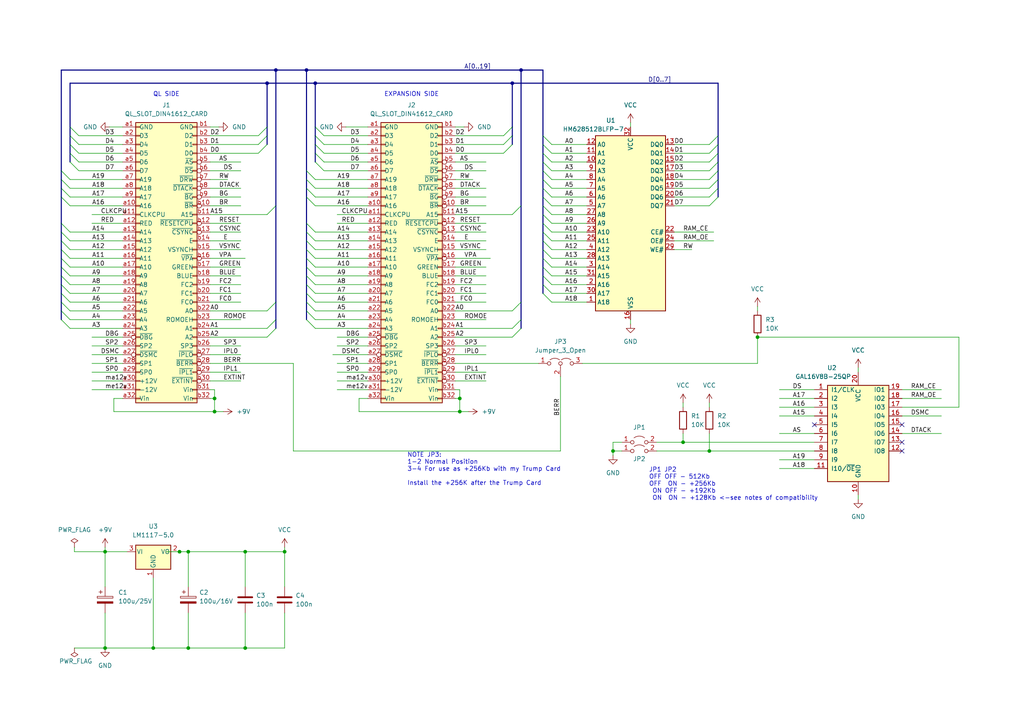
<source format=kicad_sch>
(kicad_sch (version 20231120) (generator "eeschema") (generator_version "8.0")
  (paper "A4")
  (title_block (title "External Expansion 512Kb memory for Sinclair QL") (date "2024-11-08") (rev "3") (company "(C) 2022 Alvaro Alea Fdz") (comment 1 "https://ohwr.org/cern_ohl_s_v2.txt") (comment 2 "CERN Open Hardware Licence Version 2 - Strongly Reciprocal") (comment 3 "Under License"))
  (lib_symbols
    (symbol "8bits:QL_SLOT_DIN41612" (pin_names (offset 1.016))
      (property "Reference" "J" (at 1.27 40.64 0))
      (property "Value" "QL_SLOT_DIN41612" (at 1.27 -43.18 0))
      (symbol "QL_SLOT_DIN41612_1_1"
        (pin passive line (at -12.7 38.1 0) (length 3.81) (name "GND") (number "a1"))
        (pin passive line (at -12.7 15.24 0) (length 3.81) (name "A16") (number "a10"))
        (pin passive line (at -12.7 12.7 0) (length 3.81) (name "CLKCPU") (number "a11"))
        (pin passive line (at -12.7 10.16 0) (length 3.81) (name "RED") (number "a12"))
        (pin passive line (at -12.7 7.62 0) (length 3.81) (name "A14") (number "a13"))
        (pin passive line (at -12.7 5.08 0) (length 3.81) (name "A13") (number "a14"))
        (pin passive line (at -12.7 2.54 0) (length 3.81) (name "A12") (number "a15"))
        (pin passive line (at -12.7 0 0) (length 3.81) (name "A11") (number "a16"))
        (pin passive line (at -12.7 -2.54 0) (length 3.81) (name "A10") (number "a17"))
        (pin passive line (at -12.7 -5.08 0) (length 3.81) (name "A9") (number "a18"))
        (pin passive line (at -12.7 -7.62 0) (length 3.81) (name "A8") (number "a19"))
        (pin bidirectional line (at -12.7 35.56 0) (length 3.81) (name "D3") (number "a2"))
        (pin passive line (at -12.7 -10.16 0) (length 3.81) (name "A7") (number "a20"))
        (pin passive line (at -12.7 -12.7 0) (length 3.81) (name "A6") (number "a21"))
        (pin passive line (at -12.7 -15.24 0) (length 3.81) (name "A5") (number "a22"))
        (pin passive line (at -12.7 -17.78 0) (length 3.81) (name "A4") (number "a23"))
        (pin passive line (at -12.7 -20.32 0) (length 3.81) (name "A3") (number "a24"))
        (pin passive inverted (at -12.7 -22.86 0) (length 3.81) (name "~{DBG}") (number "a25"))
        (pin passive line (at -12.7 -25.4 0) (length 3.81) (name "SP2") (number "a26"))
        (pin passive inverted (at -12.7 -27.94 0) (length 3.81) (name "~{DSMC}") (number "a27"))
        (pin passive line (at -12.7 -30.48 0) (length 3.81) (name "SP1") (number "a28"))
        (pin passive line (at -12.7 -33.02 0) (length 3.81) (name "SP0") (number "a29"))
        (pin bidirectional line (at -12.7 33.02 0) (length 3.81) (name "D4") (number "a3"))
        (pin passive line (at -12.7 -35.56 0) (length 3.81) (name "+12V") (number "a30"))
        (pin passive line (at -12.7 -38.1 0) (length 3.81) (name "-12V") (number "a31"))
        (pin passive line (at -12.7 -40.64 0) (length 3.81) (name "Vin") (number "a32"))
        (pin bidirectional line (at -12.7 30.48 0) (length 3.81) (name "D5") (number "a4"))
        (pin bidirectional line (at -12.7 27.94 0) (length 3.81) (name "D6") (number "a5"))
        (pin bidirectional line (at -12.7 25.4 0) (length 3.81) (name "D7") (number "a6"))
        (pin passive line (at -12.7 22.86 0) (length 3.81) (name "A19") (number "a7"))
        (pin passive line (at -12.7 20.32 0) (length 3.81) (name "A18") (number "a8"))
        (pin passive line (at -12.7 17.78 0) (length 3.81) (name "A17") (number "a9"))
        (pin passive line (at 12.7 38.1 180) (length 3.81) (name "GND") (number "b1"))
        (pin passive inverted (at 12.7 15.24 180) (length 3.81) (name "~{BR}") (number "b10"))
        (pin passive line (at 12.7 12.7 180) (length 3.81) (name "A15") (number "b11"))
        (pin passive inverted (at 12.7 10.16 180) (length 3.81) (name "~{RESETCPU}") (number "b12"))
        (pin passive inverted (at 12.7 7.62 180) (length 3.81) (name "~{CSYNC}") (number "b13"))
        (pin passive line (at 12.7 5.08 180) (length 3.81) (name "E") (number "b14"))
        (pin passive line (at 12.7 2.54 180) (length 3.81) (name "VSYNCH") (number "b15"))
        (pin passive inverted (at 12.7 0 180) (length 3.81) (name "~{VPA}") (number "b16"))
        (pin passive line (at 12.7 -2.54 180) (length 3.81) (name "GREEN") (number "b17"))
        (pin passive line (at 12.7 -5.08 180) (length 3.81) (name "BLUE") (number "b18"))
        (pin passive line (at 12.7 -7.62 180) (length 3.81) (name "FC2") (number "b19"))
        (pin bidirectional line (at 12.7 35.56 180) (length 3.81) (name "D2") (number "b2"))
        (pin passive line (at 12.7 -10.16 180) (length 3.81) (name "FC1") (number "b20"))
        (pin passive line (at 12.7 -12.7 180) (length 3.81) (name "FC0") (number "b21"))
        (pin passive line (at 12.7 -15.24 180) (length 3.81) (name "A0") (number "b22"))
        (pin passive line (at 12.7 -17.78 180) (length 3.81) (name "ROMOEH") (number "b23"))
        (pin passive line (at 12.7 -20.32 180) (length 3.81) (name "A1") (number "b24"))
        (pin passive line (at 12.7 -22.86 180) (length 3.81) (name "A2") (number "b25"))
        (pin passive line (at 12.7 -25.4 180) (length 3.81) (name "SP3") (number "b26"))
        (pin passive inverted (at 12.7 -27.94 180) (length 3.81) (name "~{IPLO}") (number "b27"))
        (pin passive inverted (at 12.7 -30.48 180) (length 3.81) (name "~{BERR}") (number "b28"))
        (pin passive inverted (at 12.7 -33.02 180) (length 3.81) (name "~{IPL1}") (number "b29"))
        (pin bidirectional line (at 12.7 33.02 180) (length 3.81) (name "D1") (number "b3"))
        (pin passive inverted (at 12.7 -35.56 180) (length 3.81) (name "~{EXTINT}") (number "b30"))
        (pin passive line (at 12.7 -38.1 180) (length 3.81) (name "Vin") (number "b31"))
        (pin passive line (at 12.7 -40.64 180) (length 3.81) (name "Vin") (number "b32"))
        (pin bidirectional line (at 12.7 30.48 180) (length 3.81) (name "D0") (number "b4"))
        (pin passive inverted (at 12.7 27.94 180) (length 3.81) (name "~{AS}") (number "b5"))
        (pin passive inverted (at 12.7 25.4 180) (length 3.81) (name "~{DS}") (number "b6"))
        (pin passive inverted (at 12.7 22.86 180) (length 3.81) (name "~{DRW}") (number "b7"))
        (pin passive inverted (at 12.7 20.32 180) (length 3.81) (name "~{DTACK}") (number "b8"))
        (pin passive inverted (at 12.7 17.78 180) (length 3.81) (name "~{BG}") (number "b9"))
      )
    )
    (symbol "Device:C" (pin_numbers hide) (pin_names (offset 0.254))
      (property "Reference" "C" (at 0.635 2.54 0))
      (property "Value" "C" (at 0.635 -2.54 0))
      (symbol "C_1_1"
        (pin passive line (at 0 3.81 270) (length 2.794) (name "~") (number "1"))
        (pin passive line (at 0 -3.81 90) (length 2.794) (name "~") (number "2"))
      )
    )
    (symbol "Device:C_Polarized" (pin_numbers hide) (pin_names (offset 0.254))
      (property "Reference" "C" (at 0.635 2.54 0))
      (property "Value" "C_Polarized" (at 0.635 -2.54 0))
      (symbol "C_Polarized_1_1"
        (pin passive line (at 0 3.81 270) (length 2.794) (name "~") (number "1"))
        (pin passive line (at 0 -3.81 90) (length 2.794) (name "~") (number "2"))
      )
    )
    (symbol "Device:R" (pin_numbers hide) (pin_names (offset 0))
      (property "Reference" "R" (at 2.032 0 90))
      (property "Value" "R" (at 0 0 90))
      (symbol "R_1_1"
        (pin passive line (at 0 3.81 270) (length 1.27) (name "~") (number "1"))
        (pin passive line (at 0 -3.81 90) (length 1.27) (name "~") (number "2"))
      )
    )
    (symbol "Jumper:Jumper_2_Open" (pin_names (offset 0) hide)
      (property "Reference" "JP" (at 0 2.794 0))
      (property "Value" "Jumper_2_Open" (at 0 -2.286 0))
      (symbol "Jumper_2_Open_1_1"
        (pin passive line (at -5.08 0 0) (length 2.54) (name "A") (number "1"))
        (pin passive line (at 5.08 0 180) (length 2.54) (name "B") (number "2"))
      )
    )
    (symbol "Jumper:Jumper_3_Open" (pin_names (offset 0) hide) (exclude_from_sim yes) (in_bom no)
      (property "Reference" "JP" (at -2.54 -2.54 0))
      (property "Value" "Jumper_3_Open" (at 0 2.794 0))
      (symbol "Jumper_3_Open_1_1"
        (pin passive line (at -6.35 0 0) (length 2.54) (name "A") (number "1"))
        (pin passive line (at 0 -3.81 90) (length 2.54) (name "C") (number "2"))
        (pin passive line (at 6.35 0 180) (length 2.54) (name "B") (number "3"))
      )
    )
    (symbol "Logic_Programmable:GAL16V8" (pin_names (offset 1.016))
      (property "Reference" "U" (at -8.89 16.51 0))
      (property "Value" "GAL16V8" (at 1.27 16.51 0))
      (symbol "GAL16V8_0_0"
        (pin power_in line (at 0 -17.78 90) (length 3.81) (name "GND") (number "10"))
        (pin power_in line (at 0 17.78 270) (length 3.81) (name "VCC") (number "20"))
      )
      (symbol "GAL16V8_1_1"
        (pin input line (at -12.7 12.7 0) (length 3.81) (name "I1/CLK") (number "1"))
        (pin input line (at -12.7 -10.16 0) (length 3.81) (name "I10/~{OE}") (number "11"))
        (pin tri_state line (at 12.7 -5.08 180) (length 3.81) (name "IO8") (number "12"))
        (pin tri_state line (at 12.7 -2.54 180) (length 3.81) (name "IO7") (number "13"))
        (pin tri_state line (at 12.7 0 180) (length 3.81) (name "IO6") (number "14"))
        (pin tri_state line (at 12.7 2.54 180) (length 3.81) (name "IO5") (number "15"))
        (pin tri_state line (at 12.7 5.08 180) (length 3.81) (name "IO4") (number "16"))
        (pin tri_state line (at 12.7 7.62 180) (length 3.81) (name "I03") (number "17"))
        (pin tri_state line (at 12.7 10.16 180) (length 3.81) (name "IO2") (number "18"))
        (pin tri_state line (at 12.7 12.7 180) (length 3.81) (name "IO1") (number "19"))
        (pin input line (at -12.7 10.16 0) (length 3.81) (name "I2") (number "2"))
        (pin input line (at -12.7 7.62 0) (length 3.81) (name "I3") (number "3"))
        (pin input line (at -12.7 5.08 0) (length 3.81) (name "I4") (number "4"))
        (pin input line (at -12.7 2.54 0) (length 3.81) (name "I5") (number "5"))
        (pin input line (at -12.7 0 0) (length 3.81) (name "I6") (number "6"))
        (pin input line (at -12.7 -2.54 0) (length 3.81) (name "I7") (number "7"))
        (pin input line (at -12.7 -5.08 0) (length 3.81) (name "I8") (number "8"))
        (pin input line (at -12.7 -7.62 0) (length 3.81) (name "I9") (number "9"))
      )
    )
    (symbol "Memory_RAM:AS6C4008-55PCN"
      (property "Reference" "U" (at -10.16 26.035 0))
      (property "Value" "AS6C4008-55PCN" (at 2.54 26.035 0))
      (symbol "AS6C4008-55PCN_0_0"
        (pin power_in line (at 0 -27.94 90) (length 2.54) (name "VSS") (number "16"))
        (pin power_in line (at 0 27.94 270) (length 2.54) (name "VCC") (number "32"))
      )
      (symbol "AS6C4008-55PCN_1_1"
        (pin input line (at -12.7 -22.86 0) (length 2.54) (name "A18") (number "1"))
        (pin input line (at -12.7 17.78 0) (length 2.54) (name "A2") (number "10"))
        (pin input line (at -12.7 20.32 0) (length 2.54) (name "A1") (number "11"))
        (pin input line (at -12.7 22.86 0) (length 2.54) (name "A0") (number "12"))
        (pin tri_state line (at 12.7 22.86 180) (length 2.54) (name "DQ0") (number "13"))
        (pin tri_state line (at 12.7 20.32 180) (length 2.54) (name "DQ1") (number "14"))
        (pin tri_state line (at 12.7 17.78 180) (length 2.54) (name "DQ2") (number "15"))
        (pin tri_state line (at 12.7 15.24 180) (length 2.54) (name "DQ3") (number "17"))
        (pin tri_state line (at 12.7 12.7 180) (length 2.54) (name "DQ4") (number "18"))
        (pin tri_state line (at 12.7 10.16 180) (length 2.54) (name "DQ5") (number "19"))
        (pin input line (at -12.7 -17.78 0) (length 2.54) (name "A16") (number "2"))
        (pin tri_state line (at 12.7 7.62 180) (length 2.54) (name "DQ6") (number "20"))
        (pin tri_state line (at 12.7 5.08 180) (length 2.54) (name "DQ7") (number "21"))
        (pin input line (at 12.7 -2.54 180) (length 2.54) (name "CE#") (number "22"))
        (pin input line (at -12.7 -2.54 0) (length 2.54) (name "A10") (number "23"))
        (pin input line (at 12.7 -5.08 180) (length 2.54) (name "OE#") (number "24"))
        (pin input line (at -12.7 -5.08 0) (length 2.54) (name "A11") (number "25"))
        (pin input line (at -12.7 0 0) (length 2.54) (name "A9") (number "26"))
        (pin input line (at -12.7 2.54 0) (length 2.54) (name "A8") (number "27"))
        (pin input line (at -12.7 -10.16 0) (length 2.54) (name "A13") (number "28"))
        (pin input line (at 12.7 -7.62 180) (length 2.54) (name "WE#") (number "29"))
        (pin input line (at -12.7 -12.7 0) (length 2.54) (name "A14") (number "3"))
        (pin input line (at -12.7 -20.32 0) (length 2.54) (name "A17") (number "30"))
        (pin input line (at -12.7 -15.24 0) (length 2.54) (name "A15") (number "31"))
        (pin input line (at -12.7 -7.62 0) (length 2.54) (name "A12") (number "4"))
        (pin input line (at -12.7 5.08 0) (length 2.54) (name "A7") (number "5"))
        (pin input line (at -12.7 7.62 0) (length 2.54) (name "A6") (number "6"))
        (pin input line (at -12.7 10.16 0) (length 2.54) (name "A5") (number "7"))
        (pin input line (at -12.7 12.7 0) (length 2.54) (name "A4") (number "8"))
        (pin input line (at -12.7 15.24 0) (length 2.54) (name "A3") (number "9"))
      )
    )
    (symbol "Regulator_Linear:LM1117-5.0" (pin_names (offset 0.254))
      (property "Reference" "U" (at -3.81 3.175 0))
      (property "Value" "LM1117-5.0" (at 0 3.175 0))
      (symbol "LM1117-5.0_1_1"
        (pin power_in line (at 0 -7.62 90) (length 2.54) (name "GND") (number "1"))
        (pin power_out line (at 7.62 0 180) (length 2.54) (name "VO") (number "2"))
        (pin power_in line (at -7.62 0 0) (length 2.54) (name "VI") (number "3"))
      )
    )
    (symbol "power:+9V" (power) (pin_names (offset 0))
      (property "Value" "+9V" (at 0 3.556 0))
      (symbol "+9V_1_1"
        (pin power_in line (at 0 0 90) (length 0) hide (name "+9V") (number "1"))
      )
    )
    (symbol "power:GND" (power) (pin_names (offset 0))
      (property "Value" "GND" (at 0 -3.81 0))
      (symbol "GND_1_1"
        (pin power_in line (at 0 0 270) (length 0) hide (name "GND") (number "1"))
      )
    )
    (symbol "power:PWR_FLAG" (power) (pin_numbers hide) (pin_names (offset 0) hide)
      (property "Value" "PWR_FLAG" (at 0 3.81 0))
      (symbol "PWR_FLAG_0_0"
        (pin power_out line (at 0 0 90) (length 0) (name "pwr") (number "1"))
      )
    )
    (symbol "power:VCC" (power) (pin_names (offset 0))
      (property "Value" "VCC" (at 0 3.81 0))
      (symbol "VCC_1_1"
        (pin power_in line (at 0 0 90) (length 0) hide (name "VCC") (number "1"))
      )
    )
  )
  (junction (at 198.12 128.27))
  (junction (at 151.13 20.32))
  (junction (at 71.12 187.96))
  (junction (at 88.9 20.32))
  (junction (at 148.59 24.13))
  (junction (at 71.12 160.02))
  (junction (at 177.8 130.81))
  (junction (at 133.35 119.38))
  (junction (at 44.45 187.96))
  (junction (at 54.61 187.96))
  (junction (at 80.01 20.32))
  (junction (at 133.35 115.57))
  (junction (at 62.23 119.38))
  (junction (at 91.44 24.13))
  (junction (at 52.07 160.02))
  (junction (at 62.23 115.57))
  (junction (at 77.47 24.13))
  (junction (at 82.55 160.02))
  (junction (at 30.48 187.96))
  (junction (at 30.48 160.02))
  (junction (at 219.71 97.79))
  (junction (at 54.61 160.02))
  (junction (at 205.74 130.81))
  (no_connect (at 236.22 123.19))
  (no_connect (at 261.62 123.19))
  (no_connect (at 261.62 128.27))
  (no_connect (at 261.62 130.81))
  (bus_entry (at 208.28 46.99) (size -2.54 2.54))
  (bus_entry (at 151.13 95.25) (size -2.54 2.54))
  (bus_entry (at 157.48 80.01) (size 2.54 2.54))
  (bus_entry (at 88.9 80.01) (size 2.54 2.54))
  (bus_entry (at 77.47 41.91) (size -2.54 2.54))
  (bus_entry (at 157.48 52.07) (size 2.54 2.54))
  (bus_entry (at 88.9 74.93) (size 2.54 2.54))
  (bus_entry (at 151.13 92.71) (size -2.54 2.54))
  (bus_entry (at 17.78 69.85) (size 2.54 2.54))
  (bus_entry (at 80.01 59.69) (size -2.54 2.54))
  (bus_entry (at 157.48 59.69) (size 2.54 2.54))
  (bus_entry (at 17.78 57.15) (size 2.54 2.54))
  (bus_entry (at 91.44 41.91) (size 2.54 2.54))
  (bus_entry (at 157.48 77.47) (size 2.54 2.54))
  (bus_entry (at 88.9 90.17) (size 2.54 2.54))
  (bus_entry (at 208.28 39.37) (size -2.54 2.54))
  (bus_entry (at 17.78 67.31) (size 2.54 2.54))
  (bus_entry (at 17.78 77.47) (size 2.54 2.54))
  (bus_entry (at 157.48 41.91) (size 2.54 2.54))
  (bus_entry (at 91.44 44.45) (size 2.54 2.54))
  (bus_entry (at 88.9 87.63) (size 2.54 2.54))
  (bus_entry (at 88.9 92.71) (size 2.54 2.54))
  (bus_entry (at 157.48 69.85) (size 2.54 2.54))
  (bus_entry (at 157.48 46.99) (size 2.54 2.54))
  (bus_entry (at 17.78 85.09) (size 2.54 2.54))
  (bus_entry (at 157.48 49.53) (size 2.54 2.54))
  (bus_entry (at 91.44 39.37) (size 2.54 2.54))
  (bus_entry (at 157.48 39.37) (size 2.54 2.54))
  (bus_entry (at 17.78 54.61) (size 2.54 2.54))
  (bus_entry (at 80.01 92.71) (size -2.54 2.54))
  (bus_entry (at 88.9 67.31) (size 2.54 2.54))
  (bus_entry (at 91.44 46.99) (size 2.54 2.54))
  (bus_entry (at 91.44 36.83) (size 2.54 2.54))
  (bus_entry (at 148.59 36.83) (size -2.54 2.54))
  (bus_entry (at 88.9 49.53) (size 2.54 2.54))
  (bus_entry (at 20.32 44.45) (size 2.54 2.54))
  (bus_entry (at 17.78 64.77) (size 2.54 2.54))
  (bus_entry (at 208.28 52.07) (size -2.54 2.54))
  (bus_entry (at 157.48 54.61) (size 2.54 2.54))
  (bus_entry (at 208.28 41.91) (size -2.54 2.54))
  (bus_entry (at 88.9 85.09) (size 2.54 2.54))
  (bus_entry (at 157.48 82.55) (size 2.54 2.54))
  (bus_entry (at 88.9 64.77) (size 2.54 2.54))
  (bus_entry (at 77.47 39.37) (size -2.54 2.54))
  (bus_entry (at 88.9 77.47) (size 2.54 2.54))
  (bus_entry (at 17.78 49.53) (size 2.54 2.54))
  (bus_entry (at 20.32 41.91) (size 2.54 2.54))
  (bus_entry (at 151.13 87.63) (size -2.54 2.54))
  (bus_entry (at 208.28 49.53) (size -2.54 2.54))
  (bus_entry (at 17.78 82.55) (size 2.54 2.54))
  (bus_entry (at 208.28 57.15) (size -2.54 2.54))
  (bus_entry (at 17.78 80.01) (size 2.54 2.54))
  (bus_entry (at 151.13 59.69) (size -2.54 2.54))
  (bus_entry (at 157.48 72.39) (size 2.54 2.54))
  (bus_entry (at 17.78 52.07) (size 2.54 2.54))
  (bus_entry (at 17.78 72.39) (size 2.54 2.54))
  (bus_entry (at 88.9 72.39) (size 2.54 2.54))
  (bus_entry (at 88.9 69.85) (size 2.54 2.54))
  (bus_entry (at 208.28 44.45) (size -2.54 2.54))
  (bus_entry (at 157.48 85.09) (size 2.54 2.54))
  (bus_entry (at 80.01 87.63) (size -2.54 2.54))
  (bus_entry (at 17.78 92.71) (size 2.54 2.54))
  (bus_entry (at 157.48 64.77) (size 2.54 2.54))
  (bus_entry (at 157.48 74.93) (size 2.54 2.54))
  (bus_entry (at 77.47 36.83) (size -2.54 2.54))
  (bus_entry (at 157.48 57.15) (size 2.54 2.54))
  (bus_entry (at 88.9 54.61) (size 2.54 2.54))
  (bus_entry (at 20.32 46.99) (size 2.54 2.54))
  (bus_entry (at 148.59 41.91) (size -2.54 2.54))
  (bus_entry (at 88.9 82.55) (size 2.54 2.54))
  (bus_entry (at 17.78 90.17) (size 2.54 2.54))
  (bus_entry (at 17.78 87.63) (size 2.54 2.54))
  (bus_entry (at 20.32 39.37) (size 2.54 2.54))
  (bus_entry (at 88.9 57.15) (size 2.54 2.54))
  (bus_entry (at 208.28 54.61) (size -2.54 2.54))
  (bus_entry (at 157.48 67.31) (size 2.54 2.54))
  (bus_entry (at 148.59 39.37) (size -2.54 2.54))
  (bus_entry (at 88.9 52.07) (size 2.54 2.54))
  (bus_entry (at 157.48 62.23) (size 2.54 2.54))
  (bus_entry (at 17.78 74.93) (size 2.54 2.54))
  (bus_entry (at 157.48 44.45) (size 2.54 2.54))
  (bus_entry (at 80.01 95.25) (size -2.54 2.54))
  (bus_entry (at 20.32 36.83) (size 2.54 2.54))
  (bus (pts (xy 17.78 90.17) (xy 17.78 92.71)))
  (wire (pts (xy 261.62 113.03) (xy 273.05 113.03)))
  (wire (pts (xy 26.67 107.95) (xy 35.56 107.95)))
  (bus (pts (xy 88.9 80.01) (xy 88.9 82.55)))
  (wire (pts (xy 205.74 125.73) (xy 205.74 130.81)))
  (wire (pts (xy 182.88 92.71) (xy 182.88 93.98)))
  (wire (pts (xy 132.08 97.79) (xy 148.59 97.79)))
  (wire (pts (xy 195.58 41.91) (xy 205.74 41.91)))
  (bus (pts (xy 157.48 49.53) (xy 157.48 52.07)))
  (wire (pts (xy 91.44 82.55) (xy 106.68 82.55)))
  (bus (pts (xy 208.28 46.99) (xy 208.28 49.53)))
  (bus (pts (xy 88.9 54.61) (xy 88.9 57.15)))
  (wire (pts (xy 82.55 160.02) (xy 82.55 170.18)))
  (bus (pts (xy 91.44 41.91) (xy 91.44 44.45)))
  (wire (pts (xy 219.71 88.9) (xy 219.71 90.17)))
  (wire (pts (xy 248.92 106.68) (xy 248.92 107.95)))
  (wire (pts (xy 132.08 41.91) (xy 146.05 41.91)))
  (wire (pts (xy 60.96 49.53) (xy 69.85 49.53)))
  (wire (pts (xy 160.02 52.07) (xy 170.18 52.07)))
  (wire (pts (xy 261.62 125.73) (xy 273.05 125.73)))
  (bus (pts (xy 157.48 44.45) (xy 157.48 46.99)))
  (wire (pts (xy 20.32 54.61) (xy 35.56 54.61)))
  (wire (pts (xy 226.06 113.03) (xy 236.22 113.03)))
  (bus (pts (xy 88.9 74.93) (xy 88.9 77.47)))
  (bus (pts (xy 151.13 59.69) (xy 151.13 87.63)))
  (wire (pts (xy 160.02 87.63) (xy 170.18 87.63)))
  (wire (pts (xy 33.02 115.57) (xy 33.02 119.38)))
  (bus (pts (xy 88.9 87.63) (xy 88.9 90.17)))
  (bus (pts (xy 151.13 92.71) (xy 151.13 95.25)))
  (wire (pts (xy 60.96 87.63) (xy 69.85 87.63)))
  (wire (pts (xy 160.02 62.23) (xy 170.18 62.23)))
  (wire (pts (xy 62.23 115.57) (xy 62.23 113.03)))
  (wire (pts (xy 226.06 118.11) (xy 236.22 118.11)))
  (wire (pts (xy 60.96 69.85) (xy 69.85 69.85)))
  (wire (pts (xy 91.44 80.01) (xy 106.68 80.01)))
  (bus (pts (xy 151.13 20.32) (xy 157.48 20.32)))
  (wire (pts (xy 20.32 87.63) (xy 35.56 87.63)))
  (wire (pts (xy 160.02 46.99) (xy 170.18 46.99)))
  (wire (pts (xy 60.96 57.15) (xy 69.85 57.15)))
  (wire (pts (xy 195.58 54.61) (xy 205.74 54.61)))
  (bus (pts (xy 208.28 44.45) (xy 208.28 46.99)))
  (bus (pts (xy 88.9 67.31) (xy 88.9 69.85)))
  (wire (pts (xy 60.96 100.33) (xy 69.85 100.33)))
  (wire (pts (xy 93.98 49.53) (xy 106.68 49.53)))
  (bus (pts (xy 157.48 20.32) (xy 157.48 39.37)))
  (wire (pts (xy 160.02 64.77) (xy 170.18 64.77)))
  (wire (pts (xy 132.08 95.25) (xy 148.59 95.25)))
  (wire (pts (xy 54.61 177.8) (xy 54.61 187.96)))
  (wire (pts (xy 132.08 49.53) (xy 140.97 49.53)))
  (bus (pts (xy 17.78 20.32) (xy 80.01 20.32)))
  (wire (pts (xy 21.59 187.96) (xy 30.48 187.96)))
  (bus (pts (xy 80.01 92.71) (xy 80.01 95.25)))
  (wire (pts (xy 60.96 39.37) (xy 74.93 39.37)))
  (wire (pts (xy 20.32 72.39) (xy 35.56 72.39)))
  (wire (pts (xy 30.48 160.02) (xy 21.59 160.02)))
  (bus (pts (xy 17.78 49.53) (xy 17.78 52.07)))
  (bus (pts (xy 208.28 52.07) (xy 208.28 54.61)))
  (wire (pts (xy 132.08 72.39) (xy 140.97 72.39)))
  (wire (pts (xy 26.67 64.77) (xy 35.56 64.77)))
  (wire (pts (xy 60.96 110.49) (xy 69.85 110.49)))
  (wire (pts (xy 195.58 44.45) (xy 205.74 44.45)))
  (wire (pts (xy 132.08 44.45) (xy 146.05 44.45)))
  (wire (pts (xy 93.98 39.37) (xy 106.68 39.37)))
  (wire (pts (xy 132.08 90.17) (xy 148.59 90.17)))
  (bus (pts (xy 208.28 41.91) (xy 208.28 44.45)))
  (wire (pts (xy 132.08 57.15) (xy 140.97 57.15)))
  (wire (pts (xy 226.06 135.89) (xy 236.22 135.89)))
  (bus (pts (xy 157.48 57.15) (xy 157.48 59.69)))
  (bus (pts (xy 91.44 39.37) (xy 91.44 41.91)))
  (wire (pts (xy 205.74 130.81) (xy 236.22 130.81)))
  (wire (pts (xy 97.79 105.41) (xy 106.68 105.41)))
  (wire (pts (xy 91.44 52.07) (xy 106.68 52.07)))
  (wire (pts (xy 132.08 100.33) (xy 140.97 100.33)))
  (wire (pts (xy 33.02 119.38) (xy 62.23 119.38)))
  (wire (pts (xy 195.58 69.85) (xy 207.01 69.85)))
  (bus (pts (xy 17.78 80.01) (xy 17.78 82.55)))
  (wire (pts (xy 30.48 158.75) (xy 30.48 160.02)))
  (wire (pts (xy 132.08 107.95) (xy 140.97 107.95)))
  (wire (pts (xy 91.44 90.17) (xy 106.68 90.17)))
  (wire (pts (xy 44.45 167.64) (xy 44.45 187.96)))
  (bus (pts (xy 208.28 54.61) (xy 208.28 57.15)))
  (wire (pts (xy 180.34 128.27) (xy 177.8 128.27)))
  (wire (pts (xy 160.02 69.85) (xy 170.18 69.85)))
  (bus (pts (xy 157.48 64.77) (xy 157.48 67.31)))
  (wire (pts (xy 219.71 105.41) (xy 168.91 105.41)))
  (wire (pts (xy 60.96 72.39) (xy 69.85 72.39)))
  (wire (pts (xy 22.86 44.45) (xy 35.56 44.45)))
  (bus (pts (xy 157.48 39.37) (xy 157.48 41.91)))
  (wire (pts (xy 132.08 36.83) (xy 134.62 36.83)))
  (bus (pts (xy 148.59 39.37) (xy 148.59 41.91)))
  (wire (pts (xy 97.79 110.49) (xy 106.68 110.49)))
  (wire (pts (xy 20.32 92.71) (xy 35.56 92.71)))
  (bus (pts (xy 17.78 87.63) (xy 17.78 90.17)))
  (wire (pts (xy 60.96 64.77) (xy 69.85 64.77)))
  (bus (pts (xy 20.32 41.91) (xy 20.32 44.45)))
  (wire (pts (xy 133.35 119.38) (xy 135.89 119.38)))
  (wire (pts (xy 20.32 90.17) (xy 35.56 90.17)))
  (wire (pts (xy 21.59 158.75) (xy 21.59 160.02)))
  (wire (pts (xy 91.44 67.31) (xy 106.68 67.31)))
  (wire (pts (xy 132.08 69.85) (xy 140.97 69.85)))
  (wire (pts (xy 20.32 82.55) (xy 35.56 82.55)))
  (wire (pts (xy 160.02 44.45) (xy 170.18 44.45)))
  (wire (pts (xy 30.48 177.8) (xy 30.48 187.96)))
  (wire (pts (xy 278.13 97.79) (xy 219.71 97.79)))
  (bus (pts (xy 17.78 67.31) (xy 17.78 69.85)))
  (wire (pts (xy 195.58 52.07) (xy 205.74 52.07)))
  (bus (pts (xy 157.48 82.55) (xy 157.48 85.09)))
  (wire (pts (xy 30.48 160.02) (xy 30.48 170.18)))
  (wire (pts (xy 198.12 128.27) (xy 236.22 128.27)))
  (wire (pts (xy 278.13 118.11) (xy 278.13 97.79)))
  (wire (pts (xy 195.58 46.99) (xy 205.74 46.99)))
  (wire (pts (xy 195.58 72.39) (xy 200.66 72.39)))
  (wire (pts (xy 132.08 115.57) (xy 133.35 115.57)))
  (wire (pts (xy 60.96 77.47) (xy 69.85 77.47)))
  (wire (pts (xy 60.96 102.87) (xy 69.85 102.87)))
  (wire (pts (xy 160.02 67.31) (xy 170.18 67.31)))
  (wire (pts (xy 20.32 57.15) (xy 35.56 57.15)))
  (bus (pts (xy 88.9 85.09) (xy 88.9 87.63)))
  (wire (pts (xy 93.98 44.45) (xy 106.68 44.45)))
  (wire (pts (xy 22.86 49.53) (xy 35.56 49.53)))
  (wire (pts (xy 132.08 64.77) (xy 140.97 64.77)))
  (wire (pts (xy 160.02 49.53) (xy 170.18 49.53)))
  (wire (pts (xy 132.08 82.55) (xy 140.97 82.55)))
  (bus (pts (xy 20.32 44.45) (xy 20.32 46.99)))
  (bus (pts (xy 157.48 62.23) (xy 157.48 64.77)))
  (wire (pts (xy 132.08 105.41) (xy 156.21 105.41)))
  (wire (pts (xy 60.96 36.83) (xy 63.5 36.83)))
  (wire (pts (xy 26.67 113.03) (xy 35.56 113.03)))
  (wire (pts (xy 36.83 160.02) (xy 30.48 160.02)))
  (wire (pts (xy 91.44 74.93) (xy 106.68 74.93)))
  (bus (pts (xy 88.9 52.07) (xy 88.9 54.61)))
  (wire (pts (xy 91.44 95.25) (xy 106.68 95.25)))
  (wire (pts (xy 60.96 85.09) (xy 69.85 85.09)))
  (wire (pts (xy 52.07 160.02) (xy 54.61 160.02)))
  (wire (pts (xy 20.32 80.01) (xy 35.56 80.01)))
  (wire (pts (xy 26.67 102.87) (xy 35.56 102.87)))
  (wire (pts (xy 132.08 102.87) (xy 140.97 102.87)))
  (wire (pts (xy 26.67 100.33) (xy 35.56 100.33)))
  (wire (pts (xy 60.96 52.07) (xy 66.04 52.07)))
  (wire (pts (xy 44.45 187.96) (xy 54.61 187.96)))
  (wire (pts (xy 97.79 113.03) (xy 106.68 113.03)))
  (wire (pts (xy 62.23 113.03) (xy 60.96 113.03)))
  (wire (pts (xy 160.02 54.61) (xy 170.18 54.61)))
  (wire (pts (xy 132.08 87.63) (xy 140.97 87.63)))
  (bus (pts (xy 148.59 36.83) (xy 148.59 39.37)))
  (wire (pts (xy 20.32 74.93) (xy 35.56 74.93)))
  (wire (pts (xy 62.23 119.38) (xy 62.23 115.57)))
  (wire (pts (xy 54.61 160.02) (xy 54.61 170.18)))
  (wire (pts (xy 91.44 72.39) (xy 106.68 72.39)))
  (wire (pts (xy 132.08 62.23) (xy 148.59 62.23)))
  (bus (pts (xy 157.48 59.69) (xy 157.48 62.23)))
  (wire (pts (xy 91.44 57.15) (xy 106.68 57.15)))
  (bus (pts (xy 20.32 39.37) (xy 20.32 41.91)))
  (wire (pts (xy 104.14 115.57) (xy 104.14 119.38)))
  (wire (pts (xy 104.14 119.38) (xy 133.35 119.38)))
  (wire (pts (xy 106.68 115.57) (xy 104.14 115.57)))
  (wire (pts (xy 133.35 113.03) (xy 132.08 113.03)))
  (wire (pts (xy 133.35 115.57) (xy 133.35 113.03)))
  (wire (pts (xy 133.35 119.38) (xy 133.35 115.57)))
  (bus (pts (xy 17.78 72.39) (xy 17.78 74.93)))
  (bus (pts (xy 157.48 74.93) (xy 157.48 77.47)))
  (wire (pts (xy 20.32 69.85) (xy 35.56 69.85)))
  (bus (pts (xy 77.47 39.37) (xy 77.47 41.91)))
  (bus (pts (xy 17.78 64.77) (xy 17.78 67.31)))
  (bus (pts (xy 80.01 20.32) (xy 88.9 20.32)))
  (wire (pts (xy 160.02 57.15) (xy 170.18 57.15)))
  (bus (pts (xy 17.78 85.09) (xy 17.78 87.63)))
  (wire (pts (xy 91.44 69.85) (xy 106.68 69.85)))
  (wire (pts (xy 182.88 35.56) (xy 182.88 36.83)))
  (wire (pts (xy 160.02 41.91) (xy 170.18 41.91)))
  (bus (pts (xy 80.01 87.63) (xy 80.01 92.71)))
  (wire (pts (xy 26.67 97.79) (xy 35.56 97.79)))
  (wire (pts (xy 60.96 95.25) (xy 77.47 95.25)))
  (wire (pts (xy 132.08 54.61) (xy 140.97 54.61)))
  (wire (pts (xy 60.96 80.01) (xy 69.85 80.01)))
  (bus (pts (xy 17.78 57.15) (xy 17.78 64.77)))
  (wire (pts (xy 60.96 62.23) (xy 77.47 62.23)))
  (wire (pts (xy 236.22 125.73) (xy 226.06 125.73)))
  (bus (pts (xy 17.78 54.61) (xy 17.78 57.15)))
  (wire (pts (xy 97.79 97.79) (xy 106.68 97.79)))
  (wire (pts (xy 248.92 143.51) (xy 248.92 144.78)))
  (wire (pts (xy 97.79 107.95) (xy 106.68 107.95)))
  (bus (pts (xy 88.9 69.85) (xy 88.9 72.39)))
  (wire (pts (xy 97.79 64.77) (xy 106.68 64.77)))
  (wire (pts (xy 132.08 80.01) (xy 140.97 80.01)))
  (wire (pts (xy 132.08 52.07) (xy 137.16 52.07)))
  (bus (pts (xy 17.78 52.07) (xy 17.78 54.61)))
  (wire (pts (xy 60.96 90.17) (xy 77.47 90.17)))
  (wire (pts (xy 160.02 72.39) (xy 170.18 72.39)))
  (bus (pts (xy 208.28 49.53) (xy 208.28 52.07)))
  (wire (pts (xy 261.62 120.65) (xy 273.05 120.65)))
  (wire (pts (xy 60.96 41.91) (xy 74.93 41.91)))
  (wire (pts (xy 190.5 130.81) (xy 205.74 130.81)))
  (bus (pts (xy 88.9 64.77) (xy 88.9 67.31)))
  (wire (pts (xy 20.32 85.09) (xy 35.56 85.09)))
  (bus (pts (xy 77.47 36.83) (xy 77.47 39.37)))
  (wire (pts (xy 177.8 128.27) (xy 177.8 130.81)))
  (wire (pts (xy 91.44 85.09) (xy 106.68 85.09)))
  (wire (pts (xy 96.52 102.87) (xy 106.68 102.87)))
  (wire (pts (xy 132.08 46.99) (xy 140.97 46.99)))
  (wire (pts (xy 177.8 130.81) (xy 177.8 132.08)))
  (wire (pts (xy 62.23 119.38) (xy 64.77 119.38)))
  (bus (pts (xy 88.9 82.55) (xy 88.9 85.09)))
  (bus (pts (xy 20.32 36.83) (xy 20.32 39.37)))
  (wire (pts (xy 85.09 130.81) (xy 162.56 130.81)))
  (wire (pts (xy 160.02 85.09) (xy 170.18 85.09)))
  (wire (pts (xy 162.56 130.81) (xy 162.56 109.22)))
  (wire (pts (xy 60.96 97.79) (xy 77.47 97.79)))
  (bus (pts (xy 157.48 80.01) (xy 157.48 82.55)))
  (wire (pts (xy 91.44 87.63) (xy 106.68 87.63)))
  (bus (pts (xy 17.78 20.32) (xy 17.78 49.53)))
  (wire (pts (xy 60.96 107.95) (xy 69.85 107.95)))
  (bus (pts (xy 17.78 74.93) (xy 17.78 77.47)))
  (bus (pts (xy 88.9 49.53) (xy 88.9 52.07)))
  (wire (pts (xy 54.61 160.02) (xy 71.12 160.02)))
  (wire (pts (xy 60.96 46.99) (xy 69.85 46.99)))
  (wire (pts (xy 177.8 130.81) (xy 180.34 130.81)))
  (bus (pts (xy 157.48 69.85) (xy 157.48 72.39)))
  (bus (pts (xy 77.47 24.13) (xy 91.44 24.13)))
  (bus (pts (xy 91.44 24.13) (xy 148.59 24.13)))
  (wire (pts (xy 226.06 120.65) (xy 236.22 120.65)))
  (wire (pts (xy 195.58 57.15) (xy 205.74 57.15)))
  (wire (pts (xy 71.12 160.02) (xy 82.55 160.02)))
  (wire (pts (xy 71.12 170.18) (xy 71.12 160.02)))
  (wire (pts (xy 132.08 67.31) (xy 140.97 67.31)))
  (wire (pts (xy 30.48 187.96) (xy 44.45 187.96)))
  (wire (pts (xy 198.12 116.84) (xy 198.12 118.11)))
  (wire (pts (xy 100.33 36.83) (xy 106.68 36.83)))
  (wire (pts (xy 261.62 115.57) (xy 273.05 115.57)))
  (wire (pts (xy 219.71 97.79) (xy 219.71 105.41)))
  (wire (pts (xy 91.44 77.47) (xy 106.68 77.47)))
  (wire (pts (xy 60.96 44.45) (xy 74.93 44.45)))
  (bus (pts (xy 157.48 41.91) (xy 157.48 44.45)))
  (wire (pts (xy 190.5 128.27) (xy 198.12 128.27)))
  (wire (pts (xy 195.58 49.53) (xy 205.74 49.53)))
  (wire (pts (xy 60.96 74.93) (xy 71.12 74.93)))
  (bus (pts (xy 208.28 24.13) (xy 208.28 39.37)))
  (wire (pts (xy 26.67 110.49) (xy 35.56 110.49)))
  (wire (pts (xy 93.98 41.91) (xy 106.68 41.91)))
  (wire (pts (xy 26.67 105.41) (xy 35.56 105.41)))
  (bus (pts (xy 80.01 20.32) (xy 80.01 59.69)))
  (bus (pts (xy 157.48 46.99) (xy 157.48 49.53)))
  (bus (pts (xy 17.78 82.55) (xy 17.78 85.09)))
  (bus (pts (xy 17.78 69.85) (xy 17.78 72.39)))
  (wire (pts (xy 20.32 52.07) (xy 35.56 52.07)))
  (wire (pts (xy 160.02 59.69) (xy 170.18 59.69)))
  (wire (pts (xy 20.32 59.69) (xy 35.56 59.69)))
  (wire (pts (xy 97.79 100.33) (xy 106.68 100.33)))
  (wire (pts (xy 20.32 77.47) (xy 35.56 77.47)))
  (bus (pts (xy 91.44 24.13) (xy 91.44 36.83)))
  (bus (pts (xy 148.59 24.13) (xy 148.59 36.83)))
  (bus (pts (xy 148.59 24.13) (xy 208.28 24.13)))
  (wire (pts (xy 54.61 187.96) (xy 71.12 187.96)))
  (wire (pts (xy 160.02 80.01) (xy 170.18 80.01)))
  (bus (pts (xy 17.78 77.47) (xy 17.78 80.01)))
  (wire (pts (xy 82.55 158.75) (xy 82.55 160.02)))
  (bus (pts (xy 88.9 72.39) (xy 88.9 74.93)))
  (bus (pts (xy 157.48 54.61) (xy 157.48 57.15)))
  (wire (pts (xy 60.96 67.31) (xy 69.85 67.31)))
  (bus (pts (xy 157.48 52.07) (xy 157.48 54.61)))
  (bus (pts (xy 77.47 24.13) (xy 77.47 36.83)))
  (wire (pts (xy 91.44 54.61) (xy 106.68 54.61)))
  (bus (pts (xy 88.9 20.32) (xy 88.9 49.53)))
  (bus (pts (xy 88.9 20.32) (xy 151.13 20.32)))
  (bus (pts (xy 151.13 20.32) (xy 151.13 59.69)))
  (wire (pts (xy 160.02 77.47) (xy 170.18 77.47)))
  (wire (pts (xy 261.62 118.11) (xy 278.13 118.11)))
  (wire (pts (xy 60.96 105.41) (xy 85.09 105.41)))
  (wire (pts (xy 22.86 41.91) (xy 35.56 41.91)))
  (bus (pts (xy 151.13 87.63) (xy 151.13 92.71)))
  (wire (pts (xy 22.86 46.99) (xy 35.56 46.99)))
  (wire (pts (xy 60.96 115.57) (xy 62.23 115.57)))
  (bus (pts (xy 20.32 24.13) (xy 20.32 36.83)))
  (wire (pts (xy 195.58 59.69) (xy 205.74 59.69)))
  (wire (pts (xy 31.75 36.83) (xy 35.56 36.83)))
  (wire (pts (xy 60.96 92.71) (xy 69.85 92.71)))
  (wire (pts (xy 60.96 54.61) (xy 69.85 54.61)))
  (wire (pts (xy 20.32 95.25) (xy 35.56 95.25)))
  (wire (pts (xy 205.74 116.84) (xy 205.74 118.11)))
  (bus (pts (xy 157.48 72.39) (xy 157.48 74.93)))
  (bus (pts (xy 88.9 90.17) (xy 88.9 92.71)))
  (wire (pts (xy 198.12 125.73) (xy 198.12 128.27)))
  (bus (pts (xy 91.44 36.83) (xy 91.44 39.37)))
  (wire (pts (xy 71.12 177.8) (xy 71.12 187.96)))
  (wire (pts (xy 160.02 74.93) (xy 170.18 74.93)))
  (wire (pts (xy 71.12 187.96) (xy 82.55 187.96)))
  (wire (pts (xy 195.58 67.31) (xy 207.01 67.31)))
  (wire (pts (xy 35.56 115.57) (xy 33.02 115.57)))
  (wire (pts (xy 132.08 59.69) (xy 140.97 59.69)))
  (bus (pts (xy 88.9 77.47) (xy 88.9 80.01)))
  (bus (pts (xy 157.48 77.47) (xy 157.48 80.01)))
  (wire (pts (xy 132.08 110.49) (xy 140.97 110.49)))
  (wire (pts (xy 160.02 82.55) (xy 170.18 82.55)))
  (wire (pts (xy 48.26 160.02) (xy 52.07 160.02)))
  (wire (pts (xy 26.67 62.23) (xy 35.56 62.23)))
  (wire (pts (xy 20.32 67.31) (xy 35.56 67.31)))
  (wire (pts (xy 22.86 39.37) (xy 35.56 39.37)))
  (wire (pts (xy 91.44 92.71) (xy 106.68 92.71)))
  (wire (pts (xy 132.08 74.93) (xy 142.24 74.93)))
  (wire (pts (xy 226.06 115.57) (xy 236.22 115.57)))
  (wire (pts (xy 91.44 59.69) (xy 106.68 59.69)))
  (wire (pts (xy 132.08 39.37) (xy 146.05 39.37)))
  (wire (pts (xy 60.96 59.69) (xy 69.85 59.69)))
  (wire (pts (xy 132.08 77.47) (xy 140.97 77.47)))
  (bus (pts (xy 157.48 67.31) (xy 157.48 69.85)))
  (bus (pts (xy 80.01 59.69) (xy 80.01 87.63)))
  (bus (pts (xy 91.44 44.45) (xy 91.44 46.99)))
  (wire (pts (xy 226.06 133.35) (xy 236.22 133.35)))
  (bus (pts (xy 208.28 39.37) (xy 208.28 41.91)))
  (wire (pts (xy 82.55 177.8) (xy 82.55 187.96)))
  (wire (pts (xy 60.96 82.55) (xy 69.85 82.55)))
  (wire (pts (xy 97.79 62.23) (xy 106.68 62.23)))
  (bus (pts (xy 88.9 57.15) (xy 88.9 64.77)))
  (wire (pts (xy 93.98 46.99) (xy 106.68 46.99)))
  (bus (pts (xy 20.32 24.13) (xy 77.47 24.13)))
  (wire (pts (xy 85.09 105.41) (xy 85.09 130.81)))
  (wire (pts (xy 132.08 92.71) (xy 140.97 92.71)))
  (wire (pts (xy 132.08 85.09) (xy 140.97 85.09)))
  (text "NOTE JP3:\n1-2 Normal Position \n3-4 For use as +256Kb with my Trump Card\n\nInstall the +256K after the Trump Card \n" (at 118.11 136.144 0) (effects (font (size 1.27 1.27)) (justify left)))
  (text "EXPANSION SIDE" (at 119.38 27.432 0) (effects (font (size 1.27 1.27))))
  (text "JP1 JP2\nOFF OFF - 512Kb\nOFF  ON - +256Kb\n ON OFF - +192Kb \n ON  ON - +128Kb <-see notes of compatibility" (at 188.214 145.288 0) (effects (font (size 1.27 1.27)) (justify left bottom)))
  (text "QL SIDE" (at 48.26 27.432 0) (effects (font (size 1.27 1.27))))
  (label "A0" (at 60.96 90.17 0))
  (label "IPL1" (at 134.62 107.95 0))
  (label "me12v" (at 100.33 113.03 0))
  (label "D6" (at 101.6 46.99 0))
  (label "A5" (at 97.79 90.17 0))
  (label "DBG" (at 30.48 97.79 0))
  (label "SP1" (at 30.48 105.41 0))
  (label "VSYNC" (at 63.5 72.39 0))
  (label "D4" (at 195.58 52.07 0))
  (label "D7" (at 30.48 49.53 0))
  (label "VPA" (at 63.5 74.93 0))
  (label "A0" (at 163.83 41.91 0))
  (label "A15" (at 163.83 80.01 0))
  (label "RW" (at 133.35 52.07 0))
  (label "A16" (at 163.83 82.55 0))
  (label "A14" (at 26.67 67.31 0))
  (label "DSMC" (at 99.06 102.87 0))
  (label "D4" (at 101.6 41.91 0))
  (label "A14" (at 163.83 77.47 0))
  (label "D6" (at 195.58 57.15 0))
  (label "BG" (at 63.5 57.15 0))
  (label "FC2" (at 63.5 82.55 0))
  (label "A16" (at 229.87 118.11 0))
  (label "BR" (at 133.35 59.69 0))
  (label "BERR" (at 162.56 120.65 90))
  (label "A3" (at 97.79 95.25 0))
  (label "GREEN" (at 63.5 77.47 0))
  (label "A15" (at 132.08 62.23 0))
  (label "A6" (at 26.67 87.63 0))
  (label "A14" (at 97.79 67.31 0))
  (label "A19" (at 26.67 52.07 0))
  (label "BG" (at 133.35 57.15 0))
  (label "A16" (at 97.79 59.69 0))
  (label "DS" (at 229.87 113.03 0))
  (label "A15" (at 60.96 62.23 0))
  (label "E" (at 134.62 69.85 0))
  (label "D3" (at 30.48 39.37 0))
  (label "A4" (at 163.83 52.07 0))
  (label "D[0..7]" (at 187.96 24.13 0))
  (label "A19" (at 229.87 133.35 0))
  (label "AS" (at 133.35 46.99 0))
  (label "A10" (at 26.67 77.47 0))
  (label "A8" (at 26.67 82.55 0))
  (label "FC2" (at 133.35 82.55 0))
  (label "IPL1" (at 64.77 107.95 0))
  (label "DTACK" (at 133.35 54.61 0))
  (label "DTACK" (at 63.5 54.61 0))
  (label "A9" (at 26.67 80.01 0))
  (label "D4" (at 30.48 41.91 0))
  (label "A13" (at 163.83 74.93 0))
  (label "D0" (at 195.58 41.91 0))
  (label "SP0" (at 30.48 107.95 0))
  (label "D1" (at 132.08 41.91 0))
  (label "A1" (at 132.08 95.25 0))
  (label "D3" (at 195.58 49.53 0))
  (label "A18" (at 97.79 54.61 0))
  (label "A5" (at 26.67 90.17 0))
  (label "CLKCPU" (at 29.21 62.23 0))
  (label "DSMC" (at 29.21 102.87 0))
  (label "DS" (at 64.77 49.53 0))
  (label "IPL0" (at 134.62 102.87 0))
  (label "me12v" (at 30.48 113.03 0))
  (label "A6" (at 97.79 87.63 0))
  (label "D5" (at 101.6 44.45 0))
  (label "VPA" (at 134.62 74.93 0))
  (label "A16" (at 26.67 59.69 0))
  (label "A17" (at 229.87 115.57 0))
  (label "A9" (at 97.79 80.01 0))
  (label "ma12v" (at 30.48 110.49 0))
  (label "RAM_CE" (at 264.16 113.03 0))
  (label "A15" (at 229.87 120.65 0))
  (label "D0" (at 60.96 44.45 0))
  (label "A8" (at 97.79 82.55 0))
  (label "EXTINT" (at 134.62 110.49 0))
  (label "EXTINT" (at 64.77 110.49 0))
  (label "FC0" (at 133.35 87.63 0))
  (label "A17" (at 97.79 57.15 0))
  (label "A2" (at 60.96 97.79 0))
  (label "VSYNC" (at 133.35 72.39 0))
  (label "A10" (at 97.79 77.47 0))
  (label "A10" (at 163.83 67.31 0))
  (label "A8" (at 163.83 62.23 0))
  (label "A18" (at 229.87 135.89 0))
  (label "D2" (at 195.58 46.99 0))
  (label "CSYNC" (at 63.5 67.31 0))
  (label "BLUE" (at 63.5 80.01 0))
  (label "RESET" (at 63.5 64.77 0))
  (label "D5" (at 30.48 44.45 0))
  (label "ROMOE" (at 134.62 92.71 0))
  (label "D2" (at 132.08 39.37 0))
  (label "D1" (at 60.96 41.91 0))
  (label "SP3" (at 134.62 100.33 0))
  (label "A1" (at 60.96 95.25 0))
  (label "A11" (at 97.79 74.93 0))
  (label "SP2" (at 30.48 100.33 0))
  (label "A6" (at 163.83 57.15 0))
  (label "FC1" (at 133.35 85.09 0))
  (label "D7" (at 195.58 59.69 0))
  (label "A7" (at 97.79 85.09 0))
  (label "BLUE" (at 133.35 80.01 0))
  (label "A18" (at 163.83 87.63 0))
  (label "A1" (at 163.83 44.45 0))
  (label "A7" (at 163.83 59.69 0))
  (label "RED" (at 99.06 64.77 0))
  (label "GREEN" (at 133.35 77.47 0))
  (label "D7" (at 101.6 49.53 0))
  (label "A13" (at 97.79 69.85 0))
  (label "A5" (at 163.83 54.61 0))
  (label "D5" (at 195.58 54.61 0))
  (label "CSYNC" (at 133.35 67.31 0))
  (label "ROMOE" (at 64.77 92.71 0))
  (label "A0" (at 132.08 90.17 0))
  (label "IPL0" (at 64.77 102.87 0))
  (label "A2" (at 132.08 97.79 0))
  (label "A7" (at 26.67 85.09 0))
  (label "A19" (at 97.79 52.07 0))
  (label "A12" (at 163.83 72.39 0))
  (label "A4" (at 97.79 92.71 0))
  (label "BR" (at 63.5 59.69 0))
  (label "D1" (at 195.58 44.45 0))
  (label "RAM_OE" (at 198.12 69.85 0))
  (label "E" (at 64.77 69.85 0))
  (label "A4" (at 26.67 92.71 0))
  (label "A3" (at 26.67 95.25 0))
  (label "FC0" (at 63.5 87.63 0))
  (label "DTACK" (at 264.16 125.73 0))
  (label "A13" (at 26.67 69.85 0))
  (label "A12" (at 97.79 72.39 0))
  (label "DSMC" (at 264.16 120.65 0))
  (label "D3" (at 101.6 39.37 0))
  (label "A17" (at 26.67 57.15 0))
  (label "RW" (at 63.5 52.07 0))
  (label "DS" (at 134.62 49.53 0))
  (label "D2" (at 60.96 39.37 0))
  (label "RAM_CE" (at 198.12 67.31 0))
  (label "AS" (at 229.87 125.73 0))
  (label "FC1" (at 63.5 85.09 0))
  (label "A18" (at 26.67 54.61 0))
  (label "A11" (at 163.83 69.85 0))
  (label "A17" (at 163.83 85.09 0))
  (label "RED" (at 29.21 64.77 0))
  (label "RW" (at 198.12 72.39 0))
  (label "SP3" (at 64.77 100.33 0))
  (label "DBG" (at 100.33 97.79 0))
  (label "AS" (at 63.5 46.99 0))
  (label "A9" (at 163.83 64.77 0))
  (label "SP2" (at 100.33 100.33 0))
  (label "SP0" (at 100.33 107.95 0))
  (label "D6" (at 30.48 46.99 0))
  (label "ma12v" (at 100.33 110.49 0))
  (label "D0" (at 132.08 44.45 0))
  (label "RESET" (at 133.35 64.77 0))
  (label "BERR" (at 64.77 105.41 0))
  (label "A11" (at 26.67 74.93 0))
  (label "CLKCPU" (at 99.06 62.23 0))
  (label "A3" (at 163.83 49.53 0))
  (label "A12" (at 26.67 72.39 0))
  (label "A[0..19]" (at 134.62 20.32 0))
  (label "A2" (at 163.83 46.99 0))
  (label "RAM_OE" (at 264.16 115.57 0))
  (label "SP1" (at 100.33 105.41 0))
  (symbol (lib_id "Device:C_Polarized") (at 54.61 173.99 0) (unit 1)
    (property "Reference" "C2" (at 57.785 171.8309 0) (effects (justify left)))
    (property "Value" "100u/16V" (at 57.785 174.3709 0) (effects (justify left)))
    (property "Footprint" "Capacitor_SMD:CP_Elec_6.3x5.4" (effects (hide yes)))
  )
  (symbol (lib_id "power:GND") (at 100.33 36.83 270) (unit 1)
    (property "Reference" "#PWR04" (effects (hide yes)))
    (property "Value" "GND" (at 92.71 36.8299 90) (effects (justify left)))
  )
  (symbol (lib_id "Jumper:Jumper_3_Open") (at 162.56 105.41 0) (unit 1) (exclude_from_sim yes) (in_bom no)
    (property "Reference" "JP3" (at 162.56 99.06 0))
    (property "Value" "Jumper_3_Open" (at 162.56 101.6 0))
    (property "Footprint" "Jumper:SolderJumper-3_P1.3mm_Open_Pad1.0x1.5mm" (effects (hide yes)))
    (property "Description" "Jumper, 3-pole, both open" (effects (hide yes)))
  )
  (symbol (lib_id "power:+9V") (at 64.77 119.38 270) (unit 1)
    (property "Reference" "#PWR03" (effects (hide yes)))
    (property "Value" "+9V" (at 68.58 119.3799 90) (effects (justify left)))
  )
  (symbol (lib_id "power:GND") (at 182.88 93.98 0) (unit 1)
    (property "Reference" "#PWR012" (effects (hide yes)))
    (property "Value" "GND" (at 182.88 99.06 0))
  )
  (symbol (lib_id "Memory_RAM:AS6C4008-55PCN") (at 182.88 64.77 0) (unit 1)
    (property "Reference" "U1" (at 177.165 34.925 0))
    (property "Value" "HM628512BLFP-7" (at 172.085 37.465 0))
    (property "Footprint" "Package_SO:SSOP-32_11.305x20.495mm_P1.27mm" (effects (hide yes)))
    (property "Datasheet" "https://www.alliancememory.com/wp-content/uploads/pdf/AS6C4008.pdf" (effects (hide yes)))
  )
  (symbol (lib_id "Device:R") (at 198.12 121.92 0) (unit 1)
    (property "Reference" "R1" (at 200.406 120.6499 0) (effects (justify left)))
    (property "Value" "10K" (at 200.406 123.1899 0) (effects (justify left)))
    (property "Footprint" "Resistor_SMD:R_1206_3216Metric_Pad1.30x1.75mm_HandSolder" (effects (hide yes)))
  )
  (symbol (lib_id "Device:C") (at 82.55 173.99 0) (unit 1)
    (property "Reference" "C4" (at 85.725 172.7199 0) (effects (justify left)))
    (property "Value" "100n" (at 85.725 175.2599 0) (effects (justify left)))
    (property "Footprint" "Capacitor_SMD:C_1206_3216Metric_Pad1.33x1.80mm_HandSolder" (effects (hide yes)))
  )
  (symbol (lib_id "power:GND") (at 63.5 36.83 90) (unit 1)
    (property "Reference" "#PWR02" (effects (hide yes)))
    (property "Value" "GND" (at 67.31 36.8299 90) (effects (justify right)))
  )
  (symbol (lib_id "power:GND") (at 31.75 36.83 270) (unit 1)
    (property "Reference" "#PWR01" (effects (hide yes)))
    (property "Value" "GND" (at 24.13 36.8299 90) (effects (justify left)))
  )
  (symbol (lib_id "Regulator_Linear:LM1117-5.0") (at 44.45 160.02 0) (unit 1)
    (property "Reference" "U3" (at 44.45 152.654 0))
    (property "Value" "LM1117-5.0" (at 44.45 155.194 0))
    (property "Footprint" "Package_TO_SOT_SMD:SOT-223-3_TabPin2" (effects (hide yes)))
    (property "Datasheet" "http://www.ti.com/lit/ds/symlink/lm1117.pdf" (effects (hide yes)))
  )
  (symbol (lib_id "power:GND") (at 177.8 132.08 0) (unit 1)
    (property "Reference" "#PWR05" (effects (hide yes)))
    (property "Value" "GND" (at 177.8 137.16 0))
  )
  (symbol (lib_id "8bits:QL_SLOT_DIN41612") (at 119.38 74.93 0) (unit 1)
    (property "Reference" "J2" (at 119.38 30.48 0))
    (property "Value" "QL_SLOT_DIN41612_CARD" (at 119.38 33.02 0))
    (property "Footprint" "8bits:DIN41612_B_2x32_Male_Horizontal_THT" (effects (hide yes)))
  )
  (symbol (lib_id "power:VCC") (at 82.55 158.75 0) (unit 1)
    (property "Reference" "#PWR015" (effects (hide yes)))
    (property "Value" "VCC" (at 82.55 153.67 0))
  )
  (symbol (lib_id "Jumper:Jumper_2_Open") (at 185.42 130.81 0) (unit 1)
    (property "Reference" "JP2" (at 185.42 133.096 0))
    (property "Value" "Jumper_2_Open" (effects (hide yes)))
    (property "Footprint" "Jumper:SolderJumper-2_P1.3mm_Open_Pad1.0x1.5mm" (effects (hide yes)))
  )
  (symbol (lib_id "Logic_Programmable:GAL16V8") (at 248.92 125.73 0) (unit 1)
    (property "Reference" "U2" (at 241.3 106.68 0))
    (property "Value" "GAL16V8B-25QP" (at 238.76 109.22 0))
    (property "Footprint" "Package_DIP:DIP-20_W7.62mm_LongPads" (effects (hide yes)))
  )
  (symbol (lib_id "power:+9V") (at 135.89 119.38 270) (unit 1)
    (property "Reference" "#PWR08" (effects (hide yes)))
    (property "Value" "+9V" (at 139.7 119.3799 90) (effects (justify left)))
  )
  (symbol (lib_id "Device:C_Polarized") (at 30.48 173.99 0) (unit 1)
    (property "Reference" "C1" (at 34.29 171.831 0) (effects (justify left)))
    (property "Value" "100u/25V" (at 34.29 174.371 0) (effects (justify left)))
    (property "Footprint" "Capacitor_SMD:CP_Elec_6.3x5.4" (effects (hide yes)))
  )
  (symbol (lib_id "power:+9V") (at 30.48 158.75 0) (unit 1)
    (property "Reference" "#PWR010" (effects (hide yes)))
    (property "Value" "+9V" (at 30.48 153.67 0))
  )
  (symbol (lib_id "power:VCC") (at 205.74 116.84 0) (unit 1)
    (property "Reference" "#PWR09" (effects (hide yes)))
    (property "Value" "VCC" (at 205.74 111.76 0))
  )
  (symbol (lib_id "power:GND") (at 248.92 144.78 0) (unit 1)
    (property "Reference" "#PWR014" (effects (hide yes)))
    (property "Value" "GND" (at 248.92 149.86 0))
  )
  (symbol (lib_id "power:VCC") (at 248.92 106.68 0) (unit 1)
    (property "Reference" "#PWR013" (effects (hide yes)))
    (property "Value" "VCC" (at 248.92 101.6 0))
  )
  (symbol (lib_id "power:VCC") (at 198.12 116.84 0) (unit 1)
    (property "Reference" "#PWR06" (effects (hide yes)))
    (property "Value" "VCC" (at 198.12 111.76 0))
  )
  (symbol (lib_id "power:GND") (at 134.62 36.83 90) (unit 1)
    (property "Reference" "#PWR07" (effects (hide yes)))
    (property "Value" "GND" (at 138.43 36.8299 90) (effects (justify right)))
  )
  (symbol (lib_id "Device:C") (at 71.12 173.99 0) (unit 1)
    (property "Reference" "C3" (at 74.295 172.7199 0) (effects (justify left)))
    (property "Value" "100n" (at 74.295 175.2599 0) (effects (justify left)))
    (property "Footprint" "Capacitor_SMD:C_1206_3216Metric_Pad1.33x1.80mm_HandSolder" (effects (hide yes)))
  )
  (symbol (lib_id "power:PWR_FLAG") (at 21.59 158.75 0) (unit 1)
    (property "Reference" "#FLG01" (effects (hide yes)))
    (property "Value" "PWR_FLAG" (at 21.59 153.67 0))
  )
  (symbol (lib_id "Device:R") (at 219.71 93.98 0) (unit 1)
    (property "Reference" "R3" (at 221.996 92.7099 0) (effects (justify left)))
    (property "Value" "10K" (at 221.996 95.2499 0) (effects (justify left)))
    (property "Footprint" "Resistor_SMD:R_1206_3216Metric_Pad1.30x1.75mm_HandSolder" (effects (hide yes)))
  )
  (symbol (lib_id "Jumper:Jumper_2_Open") (at 185.42 128.27 0) (unit 1)
    (property "Reference" "JP1" (at 185.42 123.952 0))
    (property "Value" "Jumper_2_Open" (effects (hide yes)))
    (property "Footprint" "Jumper:SolderJumper-2_P1.3mm_Open_Pad1.0x1.5mm" (effects (hide yes)))
  )
  (symbol (lib_id "power:VCC") (at 182.88 35.56 0) (unit 1)
    (property "Reference" "#PWR011" (effects (hide yes)))
    (property "Value" "VCC" (at 182.88 30.48 0))
  )
  (symbol (lib_id "power:PWR_FLAG") (at 21.59 187.96 180) (unit 1)
    (property "Reference" "#FLG02" (effects (hide yes)))
    (property "Value" "PWR_FLAG" (at 17.145 191.77 0) (effects (justify right)))
  )
  (symbol (lib_id "8bits:QL_SLOT_DIN41612") (at 48.26 74.93 0) (unit 1)
    (property "Reference" "J1" (at 48.26 30.48 0))
    (property "Value" "QL_SLOT_DIN41612_CARD" (at 48.26 33.02 0))
    (property "Footprint" "8bits:DIN41612_B_2x32_Female_Horizontal_THT" (effects (hide yes)))
  )
  (symbol (lib_id "power:GND") (at 30.48 187.96 0) (unit 1)
    (property "Reference" "#PWR016" (effects (hide yes)))
    (property "Value" "GND" (at 30.48 193.04 0))
  )
  (symbol (lib_id "Device:R") (at 205.74 121.92 0) (unit 1)
    (property "Reference" "R2" (at 208.026 120.6499 0) (effects (justify left)))
    (property "Value" "10K" (at 208.026 123.1899 0) (effects (justify left)))
    (property "Footprint" "Resistor_SMD:R_1206_3216Metric_Pad1.30x1.75mm_HandSolder" (effects (hide yes)))
  )
  (symbol (lib_id "power:VCC") (at 219.71 88.9 0) (unit 1)
    (property "Reference" "#PWR017" (effects (hide yes)))
    (property "Value" "VCC" (at 219.71 83.82 0))
  )
)
</source>
